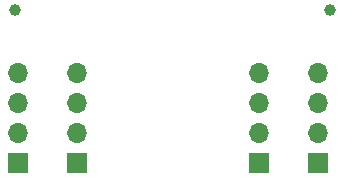
<source format=gbr>
%TF.GenerationSoftware,KiCad,Pcbnew,6.0.11-2627ca5db0~126~ubuntu22.04.1*%
%TF.CreationDate,2023-12-16T12:01:51+01:00*%
%TF.ProjectId,4Bit_I2C_Port_Expander_Module_FUEL4EP,34426974-5f49-4324-935f-506f72745f45,V1.1*%
%TF.SameCoordinates,Original*%
%TF.FileFunction,Soldermask,Bot*%
%TF.FilePolarity,Negative*%
%FSLAX46Y46*%
G04 Gerber Fmt 4.6, Leading zero omitted, Abs format (unit mm)*
G04 Created by KiCad (PCBNEW 6.0.11-2627ca5db0~126~ubuntu22.04.1) date 2023-12-16 12:01:51*
%MOMM*%
%LPD*%
G01*
G04 APERTURE LIST*
%ADD10C,1.000000*%
%ADD11R,1.700000X1.700000*%
%ADD12O,1.700000X1.700000*%
G04 APERTURE END LIST*
D10*
%TO.C,J5*%
X2184400Y14935200D03*
%TD*%
%TO.C,J6*%
X28905200Y14935200D03*
%TD*%
D11*
%TO.C,J3*%
X7500000Y2000000D03*
D12*
X7500000Y4540000D03*
X7500000Y7080000D03*
X7500000Y9620000D03*
%TD*%
D11*
%TO.C,J4*%
X22900000Y2000000D03*
D12*
X22900000Y4540000D03*
X22900000Y7080000D03*
X22900000Y9620000D03*
%TD*%
D11*
%TO.C,J1*%
X2500000Y2000000D03*
D12*
X2500000Y4540000D03*
X2500000Y7080000D03*
X2500000Y9620000D03*
%TD*%
D11*
%TO.C,J2*%
X27900000Y2000000D03*
D12*
X27900000Y4540000D03*
X27900000Y7080000D03*
X27900000Y9620000D03*
%TD*%
M02*

</source>
